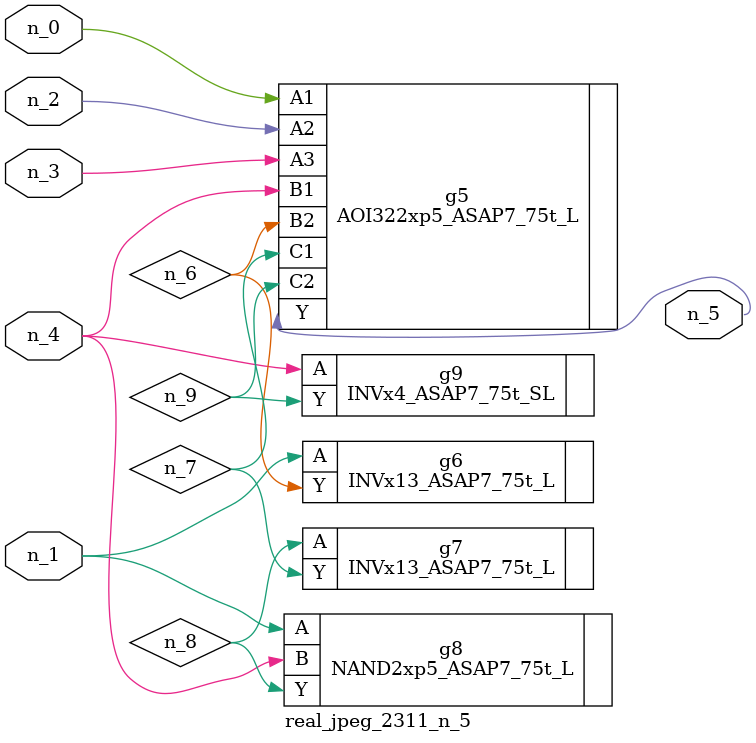
<source format=v>
module real_jpeg_2311_n_5 (n_4, n_0, n_1, n_2, n_3, n_5);

input n_4;
input n_0;
input n_1;
input n_2;
input n_3;

output n_5;

wire n_8;
wire n_6;
wire n_7;
wire n_9;

AOI322xp5_ASAP7_75t_L g5 ( 
.A1(n_0),
.A2(n_2),
.A3(n_3),
.B1(n_4),
.B2(n_6),
.C1(n_7),
.C2(n_9),
.Y(n_5)
);

INVx13_ASAP7_75t_L g6 ( 
.A(n_1),
.Y(n_6)
);

NAND2xp5_ASAP7_75t_L g8 ( 
.A(n_1),
.B(n_4),
.Y(n_8)
);

INVx4_ASAP7_75t_SL g9 ( 
.A(n_4),
.Y(n_9)
);

INVx13_ASAP7_75t_L g7 ( 
.A(n_8),
.Y(n_7)
);


endmodule
</source>
